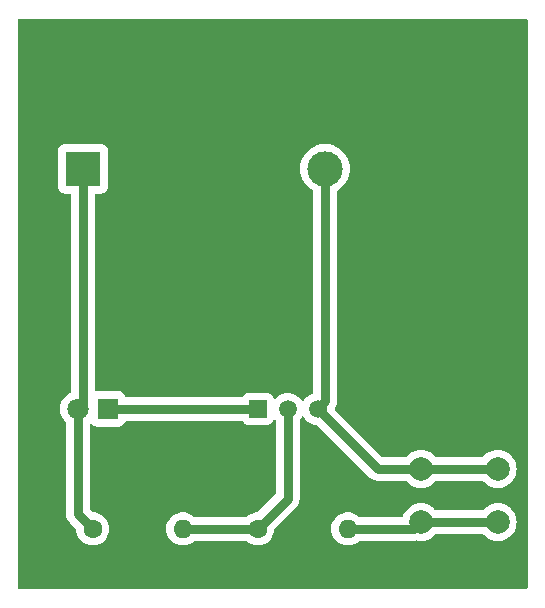
<source format=gbr>
%TF.GenerationSoftware,KiCad,Pcbnew,7.0.10*%
%TF.CreationDate,2025-04-23T09:27:53+02:00*%
%TF.ProjectId,Easy,45617379-2e6b-4696-9361-645f70636258,1*%
%TF.SameCoordinates,Original*%
%TF.FileFunction,Copper,L1,Top*%
%TF.FilePolarity,Positive*%
%FSLAX46Y46*%
G04 Gerber Fmt 4.6, Leading zero omitted, Abs format (unit mm)*
G04 Created by KiCad (PCBNEW 7.0.10) date 2025-04-23 09:27:53*
%MOMM*%
%LPD*%
G01*
G04 APERTURE LIST*
%TA.AperFunction,ComponentPad*%
%ADD10R,1.500000X1.500000*%
%TD*%
%TA.AperFunction,ComponentPad*%
%ADD11C,1.500000*%
%TD*%
%TA.AperFunction,ComponentPad*%
%ADD12C,2.000000*%
%TD*%
%TA.AperFunction,ComponentPad*%
%ADD13C,1.600000*%
%TD*%
%TA.AperFunction,ComponentPad*%
%ADD14O,1.600000X1.600000*%
%TD*%
%TA.AperFunction,ComponentPad*%
%ADD15R,1.800000X1.800000*%
%TD*%
%TA.AperFunction,ComponentPad*%
%ADD16C,1.800000*%
%TD*%
%TA.AperFunction,ComponentPad*%
%ADD17R,3.000000X3.000000*%
%TD*%
%TA.AperFunction,ComponentPad*%
%ADD18C,3.000000*%
%TD*%
%TA.AperFunction,Conductor*%
%ADD19C,0.800000*%
%TD*%
G04 APERTURE END LIST*
D10*
%TO.P,T1,1,C*%
%TO.N,Net-(D1-K)*%
X195580000Y-93980000D03*
D11*
%TO.P,T1,2,B*%
%TO.N,Net-(T1-B)*%
X198120000Y-93980000D03*
%TO.P,T1,3,E*%
%TO.N,Net-(BAT1--)*%
X200660000Y-93980000D03*
%TD*%
D12*
%TO.P,SW1,1,1*%
%TO.N,Net-(BAT1--)*%
X209400000Y-99060000D03*
X215900000Y-99060000D03*
%TO.P,SW1,2,2*%
%TO.N,Net-(R2-Pad2)*%
X209400000Y-103560000D03*
X215900000Y-103560000D03*
%TD*%
D13*
%TO.P,R2,1*%
%TO.N,Net-(T1-B)*%
X195580000Y-104140000D03*
D14*
%TO.P,R2,2*%
%TO.N,Net-(R2-Pad2)*%
X203200000Y-104140000D03*
%TD*%
D13*
%TO.P,R1,1*%
%TO.N,Net-(BAT1-+)*%
X181610000Y-104140000D03*
D14*
%TO.P,R1,2*%
%TO.N,Net-(T1-B)*%
X189230000Y-104140000D03*
%TD*%
D15*
%TO.P,D1,1,K*%
%TO.N,Net-(D1-K)*%
X182880000Y-93980000D03*
D16*
%TO.P,D1,2,A*%
%TO.N,Net-(BAT1-+)*%
X180340000Y-93980000D03*
%TD*%
D17*
%TO.P,BAT1,1,+*%
%TO.N,Net-(BAT1-+)*%
X180790000Y-73659999D03*
D18*
%TO.P,BAT1,2,-*%
%TO.N,Net-(BAT1--)*%
X201280000Y-73659999D03*
%TD*%
D19*
%TO.N,Net-(T1-B)*%
X198120000Y-93980000D02*
X198120000Y-101600000D01*
X198120000Y-101600000D02*
X195580000Y-104140000D01*
%TO.N,Net-(BAT1-+)*%
X180340000Y-102870000D02*
X181610000Y-104140000D01*
X180340000Y-93980000D02*
X180340000Y-102870000D01*
X180790000Y-73659999D02*
X180790000Y-93530000D01*
X180790000Y-93530000D02*
X180340000Y-93980000D01*
%TO.N,Net-(BAT1--)*%
X209400000Y-99060000D02*
X215900000Y-99060000D01*
%TO.N,Net-(R2-Pad2)*%
X209400000Y-103560000D02*
X215900000Y-103560000D01*
%TO.N,Net-(BAT1--)*%
X205740000Y-99060000D02*
X209400000Y-99060000D01*
X200660000Y-93980000D02*
X205740000Y-99060000D01*
%TO.N,Net-(R2-Pad2)*%
X208820000Y-104140000D02*
X209400000Y-103560000D01*
X203200000Y-104140000D02*
X208820000Y-104140000D01*
%TO.N,Net-(T1-B)*%
X189230000Y-104140000D02*
X195580000Y-104140000D01*
%TO.N,Net-(BAT1--)*%
X201280000Y-93360000D02*
X200660000Y-93980000D01*
X201280000Y-73659999D02*
X201280000Y-93360000D01*
%TO.N,Net-(D1-K)*%
X182880000Y-93980000D02*
X195580000Y-93980000D01*
%TD*%
%TA.AperFunction,NonConductor*%
G36*
X218382539Y-60980185D02*
G01*
X218428294Y-61032989D01*
X218439500Y-61084500D01*
X218439500Y-109095500D01*
X218419815Y-109162539D01*
X218367011Y-109208294D01*
X218315500Y-109219500D01*
X175384500Y-109219500D01*
X175317461Y-109199815D01*
X175271706Y-109147011D01*
X175260500Y-109095500D01*
X175260500Y-75199362D01*
X178689500Y-75199362D01*
X178704953Y-75316752D01*
X178704956Y-75316761D01*
X178765464Y-75462840D01*
X178861718Y-75588281D01*
X178987159Y-75684535D01*
X179133238Y-75745043D01*
X179250639Y-75760499D01*
X179665500Y-75760498D01*
X179732539Y-75780182D01*
X179778294Y-75832986D01*
X179789500Y-75884498D01*
X179789500Y-92497892D01*
X179769815Y-92564931D01*
X179724518Y-92606947D01*
X179516493Y-92719524D01*
X179320257Y-92872261D01*
X179151833Y-93055217D01*
X179015826Y-93263393D01*
X178915936Y-93491118D01*
X178854892Y-93732175D01*
X178854890Y-93732187D01*
X178834357Y-93979994D01*
X178834357Y-93980005D01*
X178854890Y-94227812D01*
X178854892Y-94227824D01*
X178915936Y-94468881D01*
X179015826Y-94696606D01*
X179151833Y-94904782D01*
X179151836Y-94904785D01*
X179306730Y-95073045D01*
X179337652Y-95135698D01*
X179339500Y-95157027D01*
X179339500Y-102855721D01*
X179339460Y-102858861D01*
X179337243Y-102946362D01*
X179337243Y-102946371D01*
X179347648Y-103004420D01*
X179348956Y-103013748D01*
X179354925Y-103072430D01*
X179354927Y-103072444D01*
X179364033Y-103101468D01*
X179367772Y-103116701D01*
X179373142Y-103146653D01*
X179373142Y-103146655D01*
X179395020Y-103201424D01*
X179398177Y-103210292D01*
X179415841Y-103266588D01*
X179415842Y-103266589D01*
X179415844Y-103266595D01*
X179430603Y-103293185D01*
X179437336Y-103307361D01*
X179448622Y-103335614D01*
X179448627Y-103335624D01*
X179481080Y-103384866D01*
X179485962Y-103392923D01*
X179514588Y-103444498D01*
X179514589Y-103444500D01*
X179514591Y-103444502D01*
X179534410Y-103467588D01*
X179543855Y-103480115D01*
X179560599Y-103505521D01*
X179602299Y-103547220D01*
X179608704Y-103554131D01*
X179647130Y-103598892D01*
X179671193Y-103617518D01*
X179682972Y-103627893D01*
X180173427Y-104118347D01*
X180206912Y-104179670D01*
X180209322Y-104195788D01*
X180223864Y-104371297D01*
X180223866Y-104371308D01*
X180280842Y-104596300D01*
X180374075Y-104808848D01*
X180501016Y-105003147D01*
X180501019Y-105003151D01*
X180501021Y-105003153D01*
X180658216Y-105173913D01*
X180658219Y-105173915D01*
X180658222Y-105173918D01*
X180841365Y-105316464D01*
X180841371Y-105316468D01*
X180841374Y-105316470D01*
X181045497Y-105426936D01*
X181159487Y-105466068D01*
X181265015Y-105502297D01*
X181265017Y-105502297D01*
X181265019Y-105502298D01*
X181493951Y-105540500D01*
X181493952Y-105540500D01*
X181726048Y-105540500D01*
X181726049Y-105540500D01*
X181954981Y-105502298D01*
X182174503Y-105426936D01*
X182378626Y-105316470D01*
X182561784Y-105173913D01*
X182718979Y-105003153D01*
X182845924Y-104808849D01*
X182939157Y-104596300D01*
X182996134Y-104371305D01*
X182996135Y-104371297D01*
X183015300Y-104140006D01*
X183015300Y-104139993D01*
X182996135Y-103908702D01*
X182996133Y-103908691D01*
X182939157Y-103683699D01*
X182845924Y-103471151D01*
X182718983Y-103276852D01*
X182718980Y-103276849D01*
X182718979Y-103276847D01*
X182561784Y-103106087D01*
X182561779Y-103106083D01*
X182561777Y-103106081D01*
X182378634Y-102963535D01*
X182378628Y-102963531D01*
X182174504Y-102853064D01*
X182174495Y-102853061D01*
X181954984Y-102777702D01*
X181783282Y-102749050D01*
X181726049Y-102739500D01*
X181726048Y-102739500D01*
X181675782Y-102739500D01*
X181608743Y-102719815D01*
X181588101Y-102703181D01*
X181376819Y-102491898D01*
X181343334Y-102430575D01*
X181340500Y-102404217D01*
X181340500Y-95396426D01*
X181360185Y-95329387D01*
X181412989Y-95283632D01*
X181482147Y-95273688D01*
X181545703Y-95302713D01*
X181551517Y-95308126D01*
X181551714Y-95308277D01*
X181551718Y-95308282D01*
X181677159Y-95404536D01*
X181823238Y-95465044D01*
X181940639Y-95480500D01*
X183819360Y-95480499D01*
X183819363Y-95480499D01*
X183936753Y-95465046D01*
X183936757Y-95465044D01*
X183936762Y-95465044D01*
X184082841Y-95404536D01*
X184208282Y-95308282D01*
X184304536Y-95182841D01*
X184356641Y-95057047D01*
X184400482Y-95002644D01*
X184466776Y-94980579D01*
X184471202Y-94980500D01*
X194204151Y-94980500D01*
X194271190Y-95000185D01*
X194302527Y-95029013D01*
X194305463Y-95032839D01*
X194305464Y-95032841D01*
X194401718Y-95158282D01*
X194527159Y-95254536D01*
X194673238Y-95315044D01*
X194790639Y-95330500D01*
X196369360Y-95330499D01*
X196369363Y-95330499D01*
X196486753Y-95315046D01*
X196486757Y-95315044D01*
X196486762Y-95315044D01*
X196632841Y-95254536D01*
X196758282Y-95158282D01*
X196854536Y-95032841D01*
X196880939Y-94969097D01*
X196924780Y-94914695D01*
X196991074Y-94892630D01*
X197058773Y-94909909D01*
X197106384Y-94961046D01*
X197119500Y-95016551D01*
X197119500Y-101134217D01*
X197099815Y-101201256D01*
X197083181Y-101221898D01*
X195601899Y-102703181D01*
X195540576Y-102736666D01*
X195514218Y-102739500D01*
X195463951Y-102739500D01*
X195418164Y-102747140D01*
X195235015Y-102777702D01*
X195015504Y-102853061D01*
X195015495Y-102853064D01*
X194811371Y-102963531D01*
X194683635Y-103062953D01*
X194628216Y-103106087D01*
X194628210Y-103106092D01*
X194627521Y-103106728D01*
X194627172Y-103106899D01*
X194624170Y-103109237D01*
X194623689Y-103108619D01*
X194564867Y-103137652D01*
X194543536Y-103139500D01*
X190266464Y-103139500D01*
X190199425Y-103119815D01*
X190182479Y-103106728D01*
X190181794Y-103106098D01*
X190181784Y-103106087D01*
X190051162Y-103004420D01*
X189998628Y-102963531D01*
X189794504Y-102853064D01*
X189794495Y-102853061D01*
X189574984Y-102777702D01*
X189403282Y-102749050D01*
X189346049Y-102739500D01*
X189113951Y-102739500D01*
X189068164Y-102747140D01*
X188885015Y-102777702D01*
X188665504Y-102853061D01*
X188665495Y-102853064D01*
X188461371Y-102963531D01*
X188461365Y-102963535D01*
X188278222Y-103106081D01*
X188278219Y-103106084D01*
X188278216Y-103106086D01*
X188278216Y-103106087D01*
X188247530Y-103139421D01*
X188121016Y-103276852D01*
X187994075Y-103471151D01*
X187900842Y-103683699D01*
X187843866Y-103908691D01*
X187843864Y-103908702D01*
X187824700Y-104139993D01*
X187824700Y-104140006D01*
X187843864Y-104371297D01*
X187843866Y-104371308D01*
X187900842Y-104596300D01*
X187994075Y-104808848D01*
X188121016Y-105003147D01*
X188121019Y-105003151D01*
X188121021Y-105003153D01*
X188278216Y-105173913D01*
X188278219Y-105173915D01*
X188278222Y-105173918D01*
X188461365Y-105316464D01*
X188461371Y-105316468D01*
X188461374Y-105316470D01*
X188665497Y-105426936D01*
X188779487Y-105466068D01*
X188885015Y-105502297D01*
X188885017Y-105502297D01*
X188885019Y-105502298D01*
X189113951Y-105540500D01*
X189113952Y-105540500D01*
X189346048Y-105540500D01*
X189346049Y-105540500D01*
X189574981Y-105502298D01*
X189794503Y-105426936D01*
X189998626Y-105316470D01*
X190181784Y-105173913D01*
X190181800Y-105173895D01*
X190182479Y-105173272D01*
X190182827Y-105173100D01*
X190185830Y-105170763D01*
X190186310Y-105171380D01*
X190245133Y-105142348D01*
X190266464Y-105140500D01*
X194543536Y-105140500D01*
X194610575Y-105160185D01*
X194627521Y-105173272D01*
X194628204Y-105173901D01*
X194628216Y-105173913D01*
X194811374Y-105316470D01*
X195015497Y-105426936D01*
X195129487Y-105466068D01*
X195235015Y-105502297D01*
X195235017Y-105502297D01*
X195235019Y-105502298D01*
X195463951Y-105540500D01*
X195463952Y-105540500D01*
X195696048Y-105540500D01*
X195696049Y-105540500D01*
X195924981Y-105502298D01*
X196144503Y-105426936D01*
X196348626Y-105316470D01*
X196531784Y-105173913D01*
X196688979Y-105003153D01*
X196815924Y-104808849D01*
X196909157Y-104596300D01*
X196966134Y-104371305D01*
X196980676Y-104195786D01*
X197002201Y-104140006D01*
X201794700Y-104140006D01*
X201813864Y-104371297D01*
X201813866Y-104371308D01*
X201870842Y-104596300D01*
X201964075Y-104808848D01*
X202091016Y-105003147D01*
X202091019Y-105003151D01*
X202091021Y-105003153D01*
X202248216Y-105173913D01*
X202248219Y-105173915D01*
X202248222Y-105173918D01*
X202431365Y-105316464D01*
X202431371Y-105316468D01*
X202431374Y-105316470D01*
X202635497Y-105426936D01*
X202749487Y-105466068D01*
X202855015Y-105502297D01*
X202855017Y-105502297D01*
X202855019Y-105502298D01*
X203083951Y-105540500D01*
X203083952Y-105540500D01*
X203316048Y-105540500D01*
X203316049Y-105540500D01*
X203544981Y-105502298D01*
X203764503Y-105426936D01*
X203968626Y-105316470D01*
X204151784Y-105173913D01*
X204151800Y-105173895D01*
X204152479Y-105173272D01*
X204152827Y-105173100D01*
X204155830Y-105170763D01*
X204156310Y-105171380D01*
X204215133Y-105142348D01*
X204236464Y-105140500D01*
X208805721Y-105140500D01*
X208808863Y-105140540D01*
X208896358Y-105142757D01*
X208896358Y-105142756D01*
X208896363Y-105142757D01*
X208954425Y-105132349D01*
X208963754Y-105131041D01*
X208980490Y-105129339D01*
X209028695Y-105124438D01*
X209028888Y-105126342D01*
X209071151Y-105127028D01*
X209148852Y-105145683D01*
X209400000Y-105165449D01*
X209651148Y-105145683D01*
X209896111Y-105086873D01*
X210128859Y-104990466D01*
X210343659Y-104858836D01*
X210535224Y-104695224D01*
X210613164Y-104603967D01*
X210671669Y-104565775D01*
X210707453Y-104560500D01*
X214592547Y-104560500D01*
X214659586Y-104580185D01*
X214686833Y-104603965D01*
X214764775Y-104695223D01*
X214764776Y-104695224D01*
X214956343Y-104858838D01*
X214956346Y-104858839D01*
X215171140Y-104990466D01*
X215403889Y-105086873D01*
X215648852Y-105145683D01*
X215900000Y-105165449D01*
X216151148Y-105145683D01*
X216396111Y-105086873D01*
X216628859Y-104990466D01*
X216843659Y-104858836D01*
X217035224Y-104695224D01*
X217198836Y-104503659D01*
X217330466Y-104288859D01*
X217426873Y-104056111D01*
X217485683Y-103811148D01*
X217505449Y-103560000D01*
X217485683Y-103308852D01*
X217426873Y-103063889D01*
X217378196Y-102946371D01*
X217330466Y-102831140D01*
X217198839Y-102616346D01*
X217198838Y-102616343D01*
X217145784Y-102554225D01*
X217035224Y-102424776D01*
X216908371Y-102316433D01*
X216843656Y-102261161D01*
X216843653Y-102261160D01*
X216628859Y-102129533D01*
X216396110Y-102033126D01*
X216151151Y-101974317D01*
X215900000Y-101954551D01*
X215648848Y-101974317D01*
X215403889Y-102033126D01*
X215171140Y-102129533D01*
X214956346Y-102261160D01*
X214956343Y-102261161D01*
X214764776Y-102424775D01*
X214738468Y-102455579D01*
X214686835Y-102516032D01*
X214628331Y-102554225D01*
X214592547Y-102559500D01*
X210707453Y-102559500D01*
X210640414Y-102539815D01*
X210613166Y-102516034D01*
X210535224Y-102424776D01*
X210408371Y-102316433D01*
X210343656Y-102261161D01*
X210343653Y-102261160D01*
X210128859Y-102129533D01*
X209896110Y-102033126D01*
X209651151Y-101974317D01*
X209400000Y-101954551D01*
X209148848Y-101974317D01*
X208903889Y-102033126D01*
X208671140Y-102129533D01*
X208456346Y-102261160D01*
X208456343Y-102261161D01*
X208264776Y-102424776D01*
X208101161Y-102616343D01*
X208101160Y-102616346D01*
X207969533Y-102831140D01*
X207873514Y-103062953D01*
X207829673Y-103117356D01*
X207763379Y-103139421D01*
X207758953Y-103139500D01*
X204236464Y-103139500D01*
X204169425Y-103119815D01*
X204152479Y-103106728D01*
X204151794Y-103106098D01*
X204151784Y-103106087D01*
X204021162Y-103004420D01*
X203968628Y-102963531D01*
X203764504Y-102853064D01*
X203764495Y-102853061D01*
X203544984Y-102777702D01*
X203373282Y-102749050D01*
X203316049Y-102739500D01*
X203083951Y-102739500D01*
X203038164Y-102747140D01*
X202855015Y-102777702D01*
X202635504Y-102853061D01*
X202635495Y-102853064D01*
X202431371Y-102963531D01*
X202431365Y-102963535D01*
X202248222Y-103106081D01*
X202248219Y-103106084D01*
X202248216Y-103106086D01*
X202248216Y-103106087D01*
X202217530Y-103139421D01*
X202091016Y-103276852D01*
X201964075Y-103471151D01*
X201870842Y-103683699D01*
X201813866Y-103908691D01*
X201813864Y-103908702D01*
X201794700Y-104139993D01*
X201794700Y-104140006D01*
X197002201Y-104140006D01*
X197005829Y-104130604D01*
X197016564Y-104118355D01*
X198817409Y-102317510D01*
X198819578Y-102315395D01*
X198883053Y-102255059D01*
X198916766Y-102206619D01*
X198922405Y-102199141D01*
X198959697Y-102153408D01*
X198973786Y-102126433D01*
X198981908Y-102113027D01*
X198999295Y-102088049D01*
X199022568Y-102033815D01*
X199026595Y-102025336D01*
X199053909Y-101973049D01*
X199062275Y-101943808D01*
X199067544Y-101929009D01*
X199079538Y-101901062D01*
X199079540Y-101901058D01*
X199091421Y-101843238D01*
X199093650Y-101834155D01*
X199109886Y-101777418D01*
X199112196Y-101747080D01*
X199114376Y-101731540D01*
X199120500Y-101701743D01*
X199120500Y-101642754D01*
X199120858Y-101633339D01*
X199125337Y-101574524D01*
X199121493Y-101544339D01*
X199120500Y-101528675D01*
X199120500Y-94940758D01*
X199140185Y-94873719D01*
X199156819Y-94853077D01*
X199158495Y-94851401D01*
X199288425Y-94665842D01*
X199343002Y-94622217D01*
X199412500Y-94615023D01*
X199474855Y-94646546D01*
X199491575Y-94665842D01*
X199621505Y-94851401D01*
X199788599Y-95018495D01*
X199866503Y-95073044D01*
X199982165Y-95154032D01*
X199982167Y-95154033D01*
X199982170Y-95154035D01*
X200196337Y-95253903D01*
X200424592Y-95315063D01*
X200550096Y-95326043D01*
X200615164Y-95351495D01*
X200626969Y-95361890D01*
X205022431Y-99757351D01*
X205024624Y-99759600D01*
X205084940Y-99823052D01*
X205084948Y-99823058D01*
X205133362Y-99856755D01*
X205140871Y-99862416D01*
X205186593Y-99899698D01*
X205213565Y-99913786D01*
X205226982Y-99921916D01*
X205251951Y-99939295D01*
X205306163Y-99962559D01*
X205314663Y-99966595D01*
X205366951Y-99993909D01*
X205396199Y-100002277D01*
X205410975Y-100007538D01*
X205438942Y-100019540D01*
X205438945Y-100019540D01*
X205438946Y-100019541D01*
X205496713Y-100031412D01*
X205505866Y-100033658D01*
X205562582Y-100049887D01*
X205592914Y-100052196D01*
X205608463Y-100054377D01*
X205638255Y-100060500D01*
X205638259Y-100060500D01*
X205697241Y-100060500D01*
X205706655Y-100060857D01*
X205715009Y-100061494D01*
X205765475Y-100065337D01*
X205765475Y-100065336D01*
X205765476Y-100065337D01*
X205795651Y-100061493D01*
X205811318Y-100060500D01*
X208092547Y-100060500D01*
X208159586Y-100080185D01*
X208186833Y-100103965D01*
X208264775Y-100195223D01*
X208264776Y-100195224D01*
X208456343Y-100358838D01*
X208456346Y-100358839D01*
X208671140Y-100490466D01*
X208903889Y-100586873D01*
X209148852Y-100645683D01*
X209400000Y-100665449D01*
X209651148Y-100645683D01*
X209896111Y-100586873D01*
X210128859Y-100490466D01*
X210343659Y-100358836D01*
X210535224Y-100195224D01*
X210613164Y-100103967D01*
X210671669Y-100065775D01*
X210707453Y-100060500D01*
X214592547Y-100060500D01*
X214659586Y-100080185D01*
X214686833Y-100103965D01*
X214764775Y-100195223D01*
X214764776Y-100195224D01*
X214956343Y-100358838D01*
X214956346Y-100358839D01*
X215171140Y-100490466D01*
X215403889Y-100586873D01*
X215648852Y-100645683D01*
X215900000Y-100665449D01*
X216151148Y-100645683D01*
X216396111Y-100586873D01*
X216628859Y-100490466D01*
X216843659Y-100358836D01*
X217035224Y-100195224D01*
X217198836Y-100003659D01*
X217330466Y-99788859D01*
X217426873Y-99556111D01*
X217485683Y-99311148D01*
X217505449Y-99060000D01*
X217485683Y-98808852D01*
X217426873Y-98563889D01*
X217330466Y-98331141D01*
X217330466Y-98331140D01*
X217198839Y-98116346D01*
X217198838Y-98116343D01*
X217145784Y-98054225D01*
X217035224Y-97924776D01*
X216908571Y-97816604D01*
X216843656Y-97761161D01*
X216843653Y-97761160D01*
X216628859Y-97629533D01*
X216396110Y-97533126D01*
X216151151Y-97474317D01*
X215900000Y-97454551D01*
X215648848Y-97474317D01*
X215403889Y-97533126D01*
X215171140Y-97629533D01*
X214956346Y-97761160D01*
X214956343Y-97761161D01*
X214764776Y-97924775D01*
X214729263Y-97966356D01*
X214686835Y-98016032D01*
X214628331Y-98054225D01*
X214592547Y-98059500D01*
X210707453Y-98059500D01*
X210640414Y-98039815D01*
X210613166Y-98016034D01*
X210535224Y-97924776D01*
X210535223Y-97924775D01*
X210343656Y-97761161D01*
X210343653Y-97761160D01*
X210128859Y-97629533D01*
X209896110Y-97533126D01*
X209651151Y-97474317D01*
X209400000Y-97454551D01*
X209148848Y-97474317D01*
X208903889Y-97533126D01*
X208671140Y-97629533D01*
X208456346Y-97761160D01*
X208456343Y-97761161D01*
X208264776Y-97924775D01*
X208229263Y-97966356D01*
X208186835Y-98016032D01*
X208128331Y-98054225D01*
X208092547Y-98059500D01*
X206205783Y-98059500D01*
X206138744Y-98039815D01*
X206118102Y-98023181D01*
X202145868Y-94050948D01*
X202112383Y-93989625D01*
X202117367Y-93919933D01*
X202123627Y-93905882D01*
X202133788Y-93886428D01*
X202141908Y-93873027D01*
X202159295Y-93848049D01*
X202182568Y-93793815D01*
X202186595Y-93785336D01*
X202213909Y-93733049D01*
X202222275Y-93703808D01*
X202227544Y-93689009D01*
X202239538Y-93661062D01*
X202239540Y-93661058D01*
X202251421Y-93603238D01*
X202253650Y-93594155D01*
X202269886Y-93537418D01*
X202272196Y-93507080D01*
X202274376Y-93491540D01*
X202280500Y-93461743D01*
X202280500Y-93402754D01*
X202280858Y-93393339D01*
X202285337Y-93334524D01*
X202281493Y-93304339D01*
X202280500Y-93288675D01*
X202280500Y-75579697D01*
X202300185Y-75512658D01*
X202340071Y-75473749D01*
X202494147Y-75380054D01*
X202717053Y-75198707D01*
X202913189Y-74988697D01*
X203078901Y-74753935D01*
X203211104Y-74498796D01*
X203307334Y-74228031D01*
X203365798Y-73946685D01*
X203385408Y-73659999D01*
X203365798Y-73373313D01*
X203307334Y-73091967D01*
X203211105Y-72821205D01*
X203211106Y-72821205D01*
X203078901Y-72566063D01*
X202913187Y-72331298D01*
X202834554Y-72247104D01*
X202717053Y-72121291D01*
X202494147Y-71939944D01*
X202494146Y-71939943D01*
X202248617Y-71790633D01*
X201985063Y-71676157D01*
X201985061Y-71676156D01*
X201985058Y-71676155D01*
X201839825Y-71635463D01*
X201708364Y-71598629D01*
X201708359Y-71598628D01*
X201708358Y-71598628D01*
X201536105Y-71574952D01*
X201423679Y-71559499D01*
X201423678Y-71559499D01*
X201136322Y-71559499D01*
X201136321Y-71559499D01*
X200851642Y-71598628D01*
X200851635Y-71598629D01*
X200643861Y-71656844D01*
X200574942Y-71676155D01*
X200574939Y-71676155D01*
X200574936Y-71676157D01*
X200574935Y-71676157D01*
X200311382Y-71790633D01*
X200065853Y-71939943D01*
X199842950Y-72121288D01*
X199646812Y-72331298D01*
X199481098Y-72566063D01*
X199348894Y-72821205D01*
X199252667Y-73091961D01*
X199252666Y-73091964D01*
X199194201Y-73373318D01*
X199174592Y-73659999D01*
X199194201Y-73946679D01*
X199252666Y-74228033D01*
X199252667Y-74228036D01*
X199348894Y-74498792D01*
X199348893Y-74498792D01*
X199481098Y-74753934D01*
X199646812Y-74988699D01*
X199842950Y-75198710D01*
X200065846Y-75380049D01*
X200065852Y-75380053D01*
X200065853Y-75380054D01*
X200219928Y-75473749D01*
X200266980Y-75525400D01*
X200279500Y-75579697D01*
X200279500Y-92589002D01*
X200259815Y-92656041D01*
X200207011Y-92701796D01*
X200197920Y-92705521D01*
X200196335Y-92706097D01*
X199982171Y-92805964D01*
X199982169Y-92805965D01*
X199788597Y-92941505D01*
X199621505Y-93108597D01*
X199491575Y-93294158D01*
X199436998Y-93337783D01*
X199367500Y-93344977D01*
X199305145Y-93313454D01*
X199288425Y-93294158D01*
X199158494Y-93108597D01*
X198991402Y-92941506D01*
X198991395Y-92941501D01*
X198797834Y-92805967D01*
X198797830Y-92805965D01*
X198788722Y-92801718D01*
X198583663Y-92706097D01*
X198583659Y-92706096D01*
X198583655Y-92706094D01*
X198355413Y-92644938D01*
X198355403Y-92644936D01*
X198120001Y-92624341D01*
X198119999Y-92624341D01*
X197884596Y-92644936D01*
X197884586Y-92644938D01*
X197656344Y-92706094D01*
X197656335Y-92706098D01*
X197442171Y-92805964D01*
X197442169Y-92805965D01*
X197248600Y-92941503D01*
X197105379Y-93084724D01*
X197044056Y-93118208D01*
X196974364Y-93113224D01*
X196918431Y-93071352D01*
X196903140Y-93044499D01*
X196860478Y-92941505D01*
X196854537Y-92927161D01*
X196854536Y-92927160D01*
X196854536Y-92927159D01*
X196758282Y-92801718D01*
X196632841Y-92705464D01*
X196486762Y-92644956D01*
X196486760Y-92644955D01*
X196369370Y-92629501D01*
X196369367Y-92629500D01*
X196369361Y-92629500D01*
X196369354Y-92629500D01*
X194790636Y-92629500D01*
X194673246Y-92644953D01*
X194673237Y-92644956D01*
X194527160Y-92705463D01*
X194401718Y-92801718D01*
X194302527Y-92930987D01*
X194246099Y-92972189D01*
X194204151Y-92979500D01*
X184471202Y-92979500D01*
X184404163Y-92959815D01*
X184358408Y-92907011D01*
X184356641Y-92902952D01*
X184343928Y-92872261D01*
X184316468Y-92805965D01*
X184304537Y-92777161D01*
X184304536Y-92777160D01*
X184304536Y-92777159D01*
X184208282Y-92651718D01*
X184082841Y-92555464D01*
X183936762Y-92494956D01*
X183936760Y-92494955D01*
X183819370Y-92479501D01*
X183819367Y-92479500D01*
X183819361Y-92479500D01*
X183819354Y-92479500D01*
X181940641Y-92479500D01*
X181930681Y-92480812D01*
X181861646Y-92470044D01*
X181809392Y-92423662D01*
X181790500Y-92357872D01*
X181790500Y-75884498D01*
X181810185Y-75817459D01*
X181862989Y-75771704D01*
X181914500Y-75760498D01*
X182329363Y-75760498D01*
X182446753Y-75745045D01*
X182446757Y-75745043D01*
X182446762Y-75745043D01*
X182592841Y-75684535D01*
X182718282Y-75588281D01*
X182814536Y-75462840D01*
X182875044Y-75316761D01*
X182890500Y-75199360D01*
X182890499Y-72120639D01*
X182890499Y-72120638D01*
X182890499Y-72120635D01*
X182875046Y-72003245D01*
X182875044Y-72003238D01*
X182875044Y-72003237D01*
X182814536Y-71857158D01*
X182718282Y-71731717D01*
X182592841Y-71635463D01*
X182446762Y-71574955D01*
X182446760Y-71574954D01*
X182329370Y-71559500D01*
X182329367Y-71559499D01*
X182329361Y-71559499D01*
X182329354Y-71559499D01*
X179250636Y-71559499D01*
X179133246Y-71574952D01*
X179133237Y-71574955D01*
X178987160Y-71635462D01*
X178861718Y-71731717D01*
X178765463Y-71857159D01*
X178704956Y-72003236D01*
X178704955Y-72003238D01*
X178689501Y-72120628D01*
X178689501Y-72120635D01*
X178689500Y-72120644D01*
X178689500Y-75199362D01*
X175260500Y-75199362D01*
X175260500Y-61084500D01*
X175280185Y-61017461D01*
X175332989Y-60971706D01*
X175384500Y-60960500D01*
X218315500Y-60960500D01*
X218382539Y-60980185D01*
G37*
%TD.AperFunction*%
M02*

</source>
